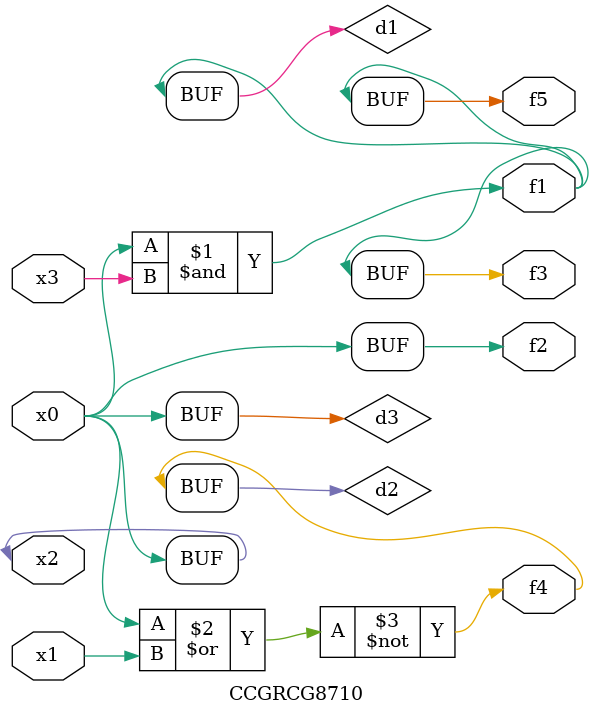
<source format=v>
module CCGRCG8710(
	input x0, x1, x2, x3,
	output f1, f2, f3, f4, f5
);

	wire d1, d2, d3;

	and (d1, x2, x3);
	nor (d2, x0, x1);
	buf (d3, x0, x2);
	assign f1 = d1;
	assign f2 = d3;
	assign f3 = d1;
	assign f4 = d2;
	assign f5 = d1;
endmodule

</source>
